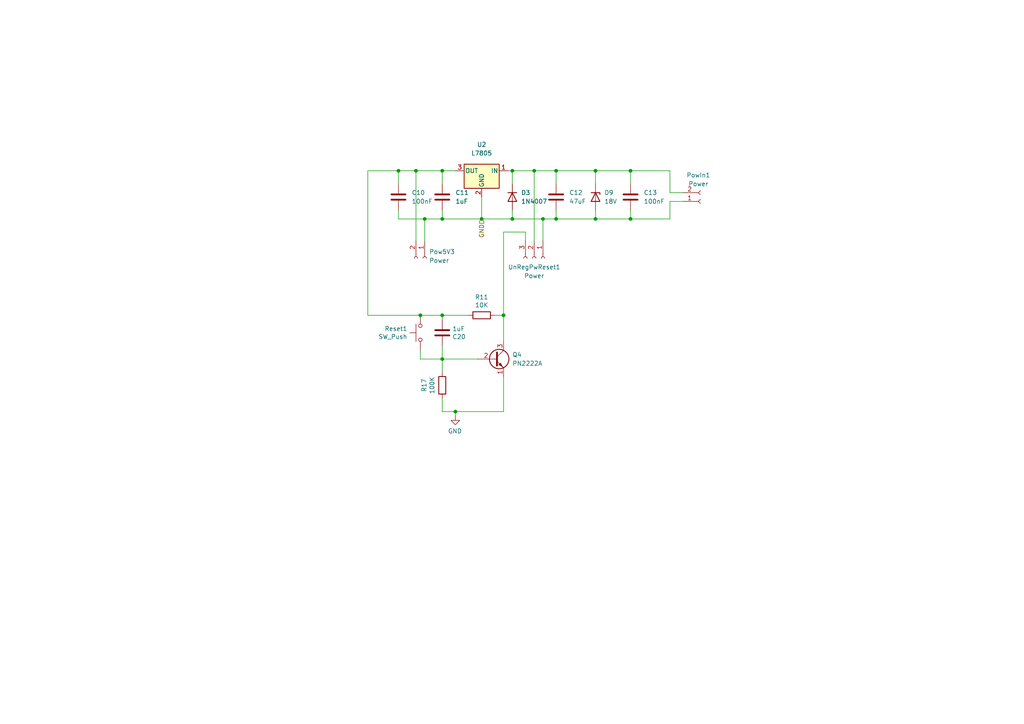
<source format=kicad_sch>
(kicad_sch (version 20211123) (generator eeschema)

  (uuid 08fb2c9b-8d93-4ad3-8656-e223024ec1d6)

  (paper "A4")

  (lib_symbols
    (symbol "Connector:Conn_01x02_Female" (pin_names (offset 1.016) hide) (in_bom yes) (on_board yes)
      (property "Reference" "J" (id 0) (at 0 2.54 0)
        (effects (font (size 1.27 1.27)))
      )
      (property "Value" "Conn_01x02_Female" (id 1) (at 0 -5.08 0)
        (effects (font (size 1.27 1.27)))
      )
      (property "Footprint" "" (id 2) (at 0 0 0)
        (effects (font (size 1.27 1.27)) hide)
      )
      (property "Datasheet" "~" (id 3) (at 0 0 0)
        (effects (font (size 1.27 1.27)) hide)
      )
      (property "ki_keywords" "connector" (id 4) (at 0 0 0)
        (effects (font (size 1.27 1.27)) hide)
      )
      (property "ki_description" "Generic connector, single row, 01x02, script generated (kicad-library-utils/schlib/autogen/connector/)" (id 5) (at 0 0 0)
        (effects (font (size 1.27 1.27)) hide)
      )
      (property "ki_fp_filters" "Connector*:*_1x??_*" (id 6) (at 0 0 0)
        (effects (font (size 1.27 1.27)) hide)
      )
      (symbol "Conn_01x02_Female_1_1"
        (arc (start 0 -2.032) (mid -0.508 -2.54) (end 0 -3.048)
          (stroke (width 0.1524) (type default) (color 0 0 0 0))
          (fill (type none))
        )
        (polyline
          (pts
            (xy -1.27 -2.54)
            (xy -0.508 -2.54)
          )
          (stroke (width 0.1524) (type default) (color 0 0 0 0))
          (fill (type none))
        )
        (polyline
          (pts
            (xy -1.27 0)
            (xy -0.508 0)
          )
          (stroke (width 0.1524) (type default) (color 0 0 0 0))
          (fill (type none))
        )
        (arc (start 0 0.508) (mid -0.508 0) (end 0 -0.508)
          (stroke (width 0.1524) (type default) (color 0 0 0 0))
          (fill (type none))
        )
        (pin passive line (at -5.08 0 0) (length 3.81)
          (name "Pin_1" (effects (font (size 1.27 1.27))))
          (number "1" (effects (font (size 1.27 1.27))))
        )
        (pin passive line (at -5.08 -2.54 0) (length 3.81)
          (name "Pin_2" (effects (font (size 1.27 1.27))))
          (number "2" (effects (font (size 1.27 1.27))))
        )
      )
    )
    (symbol "Connector:Conn_01x03_Female" (pin_names (offset 1.016) hide) (in_bom yes) (on_board yes)
      (property "Reference" "J" (id 0) (at 0 5.08 0)
        (effects (font (size 1.27 1.27)))
      )
      (property "Value" "Conn_01x03_Female" (id 1) (at 0 -5.08 0)
        (effects (font (size 1.27 1.27)))
      )
      (property "Footprint" "" (id 2) (at 0 0 0)
        (effects (font (size 1.27 1.27)) hide)
      )
      (property "Datasheet" "~" (id 3) (at 0 0 0)
        (effects (font (size 1.27 1.27)) hide)
      )
      (property "ki_keywords" "connector" (id 4) (at 0 0 0)
        (effects (font (size 1.27 1.27)) hide)
      )
      (property "ki_description" "Generic connector, single row, 01x03, script generated (kicad-library-utils/schlib/autogen/connector/)" (id 5) (at 0 0 0)
        (effects (font (size 1.27 1.27)) hide)
      )
      (property "ki_fp_filters" "Connector*:*_1x??_*" (id 6) (at 0 0 0)
        (effects (font (size 1.27 1.27)) hide)
      )
      (symbol "Conn_01x03_Female_1_1"
        (arc (start 0 -2.032) (mid -0.508 -2.54) (end 0 -3.048)
          (stroke (width 0.1524) (type default) (color 0 0 0 0))
          (fill (type none))
        )
        (polyline
          (pts
            (xy -1.27 -2.54)
            (xy -0.508 -2.54)
          )
          (stroke (width 0.1524) (type default) (color 0 0 0 0))
          (fill (type none))
        )
        (polyline
          (pts
            (xy -1.27 0)
            (xy -0.508 0)
          )
          (stroke (width 0.1524) (type default) (color 0 0 0 0))
          (fill (type none))
        )
        (polyline
          (pts
            (xy -1.27 2.54)
            (xy -0.508 2.54)
          )
          (stroke (width 0.1524) (type default) (color 0 0 0 0))
          (fill (type none))
        )
        (arc (start 0 0.508) (mid -0.508 0) (end 0 -0.508)
          (stroke (width 0.1524) (type default) (color 0 0 0 0))
          (fill (type none))
        )
        (arc (start 0 3.048) (mid -0.508 2.54) (end 0 2.032)
          (stroke (width 0.1524) (type default) (color 0 0 0 0))
          (fill (type none))
        )
        (pin passive line (at -5.08 2.54 0) (length 3.81)
          (name "Pin_1" (effects (font (size 1.27 1.27))))
          (number "1" (effects (font (size 1.27 1.27))))
        )
        (pin passive line (at -5.08 0 0) (length 3.81)
          (name "Pin_2" (effects (font (size 1.27 1.27))))
          (number "2" (effects (font (size 1.27 1.27))))
        )
        (pin passive line (at -5.08 -2.54 0) (length 3.81)
          (name "Pin_3" (effects (font (size 1.27 1.27))))
          (number "3" (effects (font (size 1.27 1.27))))
        )
      )
    )
    (symbol "Device:C" (pin_numbers hide) (pin_names (offset 0.254)) (in_bom yes) (on_board yes)
      (property "Reference" "C" (id 0) (at 0.635 2.54 0)
        (effects (font (size 1.27 1.27)) (justify left))
      )
      (property "Value" "C" (id 1) (at 0.635 -2.54 0)
        (effects (font (size 1.27 1.27)) (justify left))
      )
      (property "Footprint" "" (id 2) (at 0.9652 -3.81 0)
        (effects (font (size 1.27 1.27)) hide)
      )
      (property "Datasheet" "~" (id 3) (at 0 0 0)
        (effects (font (size 1.27 1.27)) hide)
      )
      (property "ki_keywords" "cap capacitor" (id 4) (at 0 0 0)
        (effects (font (size 1.27 1.27)) hide)
      )
      (property "ki_description" "Unpolarized capacitor" (id 5) (at 0 0 0)
        (effects (font (size 1.27 1.27)) hide)
      )
      (property "ki_fp_filters" "C_*" (id 6) (at 0 0 0)
        (effects (font (size 1.27 1.27)) hide)
      )
      (symbol "C_0_1"
        (polyline
          (pts
            (xy -2.032 -0.762)
            (xy 2.032 -0.762)
          )
          (stroke (width 0.508) (type default) (color 0 0 0 0))
          (fill (type none))
        )
        (polyline
          (pts
            (xy -2.032 0.762)
            (xy 2.032 0.762)
          )
          (stroke (width 0.508) (type default) (color 0 0 0 0))
          (fill (type none))
        )
      )
      (symbol "C_1_1"
        (pin passive line (at 0 3.81 270) (length 2.794)
          (name "~" (effects (font (size 1.27 1.27))))
          (number "1" (effects (font (size 1.27 1.27))))
        )
        (pin passive line (at 0 -3.81 90) (length 2.794)
          (name "~" (effects (font (size 1.27 1.27))))
          (number "2" (effects (font (size 1.27 1.27))))
        )
      )
    )
    (symbol "Device:D_Zener" (pin_numbers hide) (pin_names (offset 1.016) hide) (in_bom yes) (on_board yes)
      (property "Reference" "D" (id 0) (at 0 2.54 0)
        (effects (font (size 1.27 1.27)))
      )
      (property "Value" "D_Zener" (id 1) (at 0 -2.54 0)
        (effects (font (size 1.27 1.27)))
      )
      (property "Footprint" "" (id 2) (at 0 0 0)
        (effects (font (size 1.27 1.27)) hide)
      )
      (property "Datasheet" "~" (id 3) (at 0 0 0)
        (effects (font (size 1.27 1.27)) hide)
      )
      (property "ki_keywords" "diode" (id 4) (at 0 0 0)
        (effects (font (size 1.27 1.27)) hide)
      )
      (property "ki_description" "Zener diode" (id 5) (at 0 0 0)
        (effects (font (size 1.27 1.27)) hide)
      )
      (property "ki_fp_filters" "TO-???* *_Diode_* *SingleDiode* D_*" (id 6) (at 0 0 0)
        (effects (font (size 1.27 1.27)) hide)
      )
      (symbol "D_Zener_0_1"
        (polyline
          (pts
            (xy 1.27 0)
            (xy -1.27 0)
          )
          (stroke (width 0) (type default) (color 0 0 0 0))
          (fill (type none))
        )
        (polyline
          (pts
            (xy -1.27 -1.27)
            (xy -1.27 1.27)
            (xy -0.762 1.27)
          )
          (stroke (width 0.254) (type default) (color 0 0 0 0))
          (fill (type none))
        )
        (polyline
          (pts
            (xy 1.27 -1.27)
            (xy 1.27 1.27)
            (xy -1.27 0)
            (xy 1.27 -1.27)
          )
          (stroke (width 0.254) (type default) (color 0 0 0 0))
          (fill (type none))
        )
      )
      (symbol "D_Zener_1_1"
        (pin passive line (at -3.81 0 0) (length 2.54)
          (name "K" (effects (font (size 1.27 1.27))))
          (number "1" (effects (font (size 1.27 1.27))))
        )
        (pin passive line (at 3.81 0 180) (length 2.54)
          (name "A" (effects (font (size 1.27 1.27))))
          (number "2" (effects (font (size 1.27 1.27))))
        )
      )
    )
    (symbol "Device:R" (pin_numbers hide) (pin_names (offset 0)) (in_bom yes) (on_board yes)
      (property "Reference" "R" (id 0) (at 2.032 0 90)
        (effects (font (size 1.27 1.27)))
      )
      (property "Value" "R" (id 1) (at 0 0 90)
        (effects (font (size 1.27 1.27)))
      )
      (property "Footprint" "" (id 2) (at -1.778 0 90)
        (effects (font (size 1.27 1.27)) hide)
      )
      (property "Datasheet" "~" (id 3) (at 0 0 0)
        (effects (font (size 1.27 1.27)) hide)
      )
      (property "ki_keywords" "R res resistor" (id 4) (at 0 0 0)
        (effects (font (size 1.27 1.27)) hide)
      )
      (property "ki_description" "Resistor" (id 5) (at 0 0 0)
        (effects (font (size 1.27 1.27)) hide)
      )
      (property "ki_fp_filters" "R_*" (id 6) (at 0 0 0)
        (effects (font (size 1.27 1.27)) hide)
      )
      (symbol "R_0_1"
        (rectangle (start -1.016 -2.54) (end 1.016 2.54)
          (stroke (width 0.254) (type default) (color 0 0 0 0))
          (fill (type none))
        )
      )
      (symbol "R_1_1"
        (pin passive line (at 0 3.81 270) (length 1.27)
          (name "~" (effects (font (size 1.27 1.27))))
          (number "1" (effects (font (size 1.27 1.27))))
        )
        (pin passive line (at 0 -3.81 90) (length 1.27)
          (name "~" (effects (font (size 1.27 1.27))))
          (number "2" (effects (font (size 1.27 1.27))))
        )
      )
    )
    (symbol "Diode:1N4148" (pin_numbers hide) (pin_names hide) (in_bom yes) (on_board yes)
      (property "Reference" "D" (id 0) (at 0 2.54 0)
        (effects (font (size 1.27 1.27)))
      )
      (property "Value" "1N4148" (id 1) (at 0 -2.54 0)
        (effects (font (size 1.27 1.27)))
      )
      (property "Footprint" "Diode_THT:D_DO-35_SOD27_P7.62mm_Horizontal" (id 2) (at 0 0 0)
        (effects (font (size 1.27 1.27)) hide)
      )
      (property "Datasheet" "https://assets.nexperia.com/documents/data-sheet/1N4148_1N4448.pdf" (id 3) (at 0 0 0)
        (effects (font (size 1.27 1.27)) hide)
      )
      (property "ki_keywords" "diode" (id 4) (at 0 0 0)
        (effects (font (size 1.27 1.27)) hide)
      )
      (property "ki_description" "100V 0.15A standard switching diode, DO-35" (id 5) (at 0 0 0)
        (effects (font (size 1.27 1.27)) hide)
      )
      (property "ki_fp_filters" "D*DO?35*" (id 6) (at 0 0 0)
        (effects (font (size 1.27 1.27)) hide)
      )
      (symbol "1N4148_0_1"
        (polyline
          (pts
            (xy -1.27 1.27)
            (xy -1.27 -1.27)
          )
          (stroke (width 0.254) (type default) (color 0 0 0 0))
          (fill (type none))
        )
        (polyline
          (pts
            (xy 1.27 0)
            (xy -1.27 0)
          )
          (stroke (width 0) (type default) (color 0 0 0 0))
          (fill (type none))
        )
        (polyline
          (pts
            (xy 1.27 1.27)
            (xy 1.27 -1.27)
            (xy -1.27 0)
            (xy 1.27 1.27)
          )
          (stroke (width 0.254) (type default) (color 0 0 0 0))
          (fill (type none))
        )
      )
      (symbol "1N4148_1_1"
        (pin passive line (at -3.81 0 0) (length 2.54)
          (name "K" (effects (font (size 1.27 1.27))))
          (number "1" (effects (font (size 1.27 1.27))))
        )
        (pin passive line (at 3.81 0 180) (length 2.54)
          (name "A" (effects (font (size 1.27 1.27))))
          (number "2" (effects (font (size 1.27 1.27))))
        )
      )
    )
    (symbol "Regulator_Linear:L7805" (pin_names (offset 0.254)) (in_bom yes) (on_board yes)
      (property "Reference" "U" (id 0) (at -3.81 3.175 0)
        (effects (font (size 1.27 1.27)))
      )
      (property "Value" "L7805" (id 1) (at 0 3.175 0)
        (effects (font (size 1.27 1.27)) (justify left))
      )
      (property "Footprint" "" (id 2) (at 0.635 -3.81 0)
        (effects (font (size 1.27 1.27) italic) (justify left) hide)
      )
      (property "Datasheet" "http://www.st.com/content/ccc/resource/technical/document/datasheet/41/4f/b3/b0/12/d4/47/88/CD00000444.pdf/files/CD00000444.pdf/jcr:content/translations/en.CD00000444.pdf" (id 3) (at 0 -1.27 0)
        (effects (font (size 1.27 1.27)) hide)
      )
      (property "ki_keywords" "Voltage Regulator 1.5A Positive" (id 4) (at 0 0 0)
        (effects (font (size 1.27 1.27)) hide)
      )
      (property "ki_description" "Positive 1.5A 35V Linear Regulator, Fixed Output 5V, TO-220/TO-263/TO-252" (id 5) (at 0 0 0)
        (effects (font (size 1.27 1.27)) hide)
      )
      (property "ki_fp_filters" "TO?252* TO?263* TO?220*" (id 6) (at 0 0 0)
        (effects (font (size 1.27 1.27)) hide)
      )
      (symbol "L7805_0_1"
        (rectangle (start -5.08 1.905) (end 5.08 -5.08)
          (stroke (width 0.254) (type default) (color 0 0 0 0))
          (fill (type background))
        )
      )
      (symbol "L7805_1_1"
        (pin power_in line (at -7.62 0 0) (length 2.54)
          (name "IN" (effects (font (size 1.27 1.27))))
          (number "1" (effects (font (size 1.27 1.27))))
        )
        (pin power_in line (at 0 -7.62 90) (length 2.54)
          (name "GND" (effects (font (size 1.27 1.27))))
          (number "2" (effects (font (size 1.27 1.27))))
        )
        (pin power_out line (at 7.62 0 180) (length 2.54)
          (name "OUT" (effects (font (size 1.27 1.27))))
          (number "3" (effects (font (size 1.27 1.27))))
        )
      )
    )
    (symbol "Switch:SW_Push" (pin_numbers hide) (pin_names (offset 1.016) hide) (in_bom yes) (on_board yes)
      (property "Reference" "SW" (id 0) (at 1.27 2.54 0)
        (effects (font (size 1.27 1.27)) (justify left))
      )
      (property "Value" "SW_Push" (id 1) (at 0 -1.524 0)
        (effects (font (size 1.27 1.27)))
      )
      (property "Footprint" "" (id 2) (at 0 5.08 0)
        (effects (font (size 1.27 1.27)) hide)
      )
      (property "Datasheet" "~" (id 3) (at 0 5.08 0)
        (effects (font (size 1.27 1.27)) hide)
      )
      (property "ki_keywords" "switch normally-open pushbutton push-button" (id 4) (at 0 0 0)
        (effects (font (size 1.27 1.27)) hide)
      )
      (property "ki_description" "Push button switch, generic, two pins" (id 5) (at 0 0 0)
        (effects (font (size 1.27 1.27)) hide)
      )
      (symbol "SW_Push_0_1"
        (circle (center -2.032 0) (radius 0.508)
          (stroke (width 0) (type default) (color 0 0 0 0))
          (fill (type none))
        )
        (polyline
          (pts
            (xy 0 1.27)
            (xy 0 3.048)
          )
          (stroke (width 0) (type default) (color 0 0 0 0))
          (fill (type none))
        )
        (polyline
          (pts
            (xy 2.54 1.27)
            (xy -2.54 1.27)
          )
          (stroke (width 0) (type default) (color 0 0 0 0))
          (fill (type none))
        )
        (circle (center 2.032 0) (radius 0.508)
          (stroke (width 0) (type default) (color 0 0 0 0))
          (fill (type none))
        )
        (pin passive line (at -5.08 0 0) (length 2.54)
          (name "1" (effects (font (size 1.27 1.27))))
          (number "1" (effects (font (size 1.27 1.27))))
        )
        (pin passive line (at 5.08 0 180) (length 2.54)
          (name "2" (effects (font (size 1.27 1.27))))
          (number "2" (effects (font (size 1.27 1.27))))
        )
      )
    )
    (symbol "Transistor_BJT:PN2222A" (pin_names (offset 0) hide) (in_bom yes) (on_board yes)
      (property "Reference" "Q" (id 0) (at 5.08 1.905 0)
        (effects (font (size 1.27 1.27)) (justify left))
      )
      (property "Value" "PN2222A" (id 1) (at 5.08 0 0)
        (effects (font (size 1.27 1.27)) (justify left))
      )
      (property "Footprint" "Package_TO_SOT_THT:TO-92_Inline" (id 2) (at 5.08 -1.905 0)
        (effects (font (size 1.27 1.27) italic) (justify left) hide)
      )
      (property "Datasheet" "https://www.onsemi.com/pub/Collateral/PN2222-D.PDF" (id 3) (at 0 0 0)
        (effects (font (size 1.27 1.27)) (justify left) hide)
      )
      (property "ki_keywords" "NPN Transistor" (id 4) (at 0 0 0)
        (effects (font (size 1.27 1.27)) hide)
      )
      (property "ki_description" "1A Ic, 40V Vce, NPN Transistor, General Purpose Transistor, TO-92" (id 5) (at 0 0 0)
        (effects (font (size 1.27 1.27)) hide)
      )
      (property "ki_fp_filters" "TO?92*" (id 6) (at 0 0 0)
        (effects (font (size 1.27 1.27)) hide)
      )
      (symbol "PN2222A_0_1"
        (polyline
          (pts
            (xy 0 0)
            (xy 0.635 0)
          )
          (stroke (width 0) (type default) (color 0 0 0 0))
          (fill (type none))
        )
        (polyline
          (pts
            (xy 2.54 -2.54)
            (xy 0.635 -0.635)
          )
          (stroke (width 0) (type default) (color 0 0 0 0))
          (fill (type none))
        )
        (polyline
          (pts
            (xy 2.54 2.54)
            (xy 0.635 0.635)
          )
          (stroke (width 0) (type default) (color 0 0 0 0))
          (fill (type none))
        )
        (polyline
          (pts
            (xy 0.635 1.905)
            (xy 0.635 -1.905)
            (xy 0.635 -1.905)
          )
          (stroke (width 0.508) (type default) (color 0 0 0 0))
          (fill (type none))
        )
        (polyline
          (pts
            (xy 2.413 -2.413)
            (xy 1.905 -1.905)
            (xy 1.905 -1.905)
          )
          (stroke (width 0) (type default) (color 0 0 0 0))
          (fill (type none))
        )
        (polyline
          (pts
            (xy 1.143 -1.651)
            (xy 1.651 -1.143)
            (xy 2.159 -2.159)
            (xy 1.143 -1.651)
            (xy 1.143 -1.651)
          )
          (stroke (width 0) (type default) (color 0 0 0 0))
          (fill (type outline))
        )
        (circle (center 1.27 0) (radius 2.8194)
          (stroke (width 0.254) (type default) (color 0 0 0 0))
          (fill (type none))
        )
      )
      (symbol "PN2222A_1_1"
        (pin passive line (at 2.54 -5.08 90) (length 2.54)
          (name "E" (effects (font (size 1.27 1.27))))
          (number "1" (effects (font (size 1.27 1.27))))
        )
        (pin input line (at -5.08 0 0) (length 5.08)
          (name "B" (effects (font (size 1.27 1.27))))
          (number "2" (effects (font (size 1.27 1.27))))
        )
        (pin passive line (at 2.54 5.08 270) (length 2.54)
          (name "C" (effects (font (size 1.27 1.27))))
          (number "3" (effects (font (size 1.27 1.27))))
        )
      )
    )
    (symbol "power:GND" (power) (pin_names (offset 0)) (in_bom yes) (on_board yes)
      (property "Reference" "#PWR" (id 0) (at 0 -6.35 0)
        (effects (font (size 1.27 1.27)) hide)
      )
      (property "Value" "GND" (id 1) (at 0 -3.81 0)
        (effects (font (size 1.27 1.27)))
      )
      (property "Footprint" "" (id 2) (at 0 0 0)
        (effects (font (size 1.27 1.27)) hide)
      )
      (property "Datasheet" "" (id 3) (at 0 0 0)
        (effects (font (size 1.27 1.27)) hide)
      )
      (property "ki_keywords" "power-flag" (id 4) (at 0 0 0)
        (effects (font (size 1.27 1.27)) hide)
      )
      (property "ki_description" "Power symbol creates a global label with name \"GND\" , ground" (id 5) (at 0 0 0)
        (effects (font (size 1.27 1.27)) hide)
      )
      (symbol "GND_0_1"
        (polyline
          (pts
            (xy 0 0)
            (xy 0 -1.27)
            (xy 1.27 -1.27)
            (xy 0 -2.54)
            (xy -1.27 -1.27)
            (xy 0 -1.27)
          )
          (stroke (width 0) (type default) (color 0 0 0 0))
          (fill (type none))
        )
      )
      (symbol "GND_1_1"
        (pin power_in line (at 0 0 270) (length 0) hide
          (name "GND" (effects (font (size 1.27 1.27))))
          (number "1" (effects (font (size 1.27 1.27))))
        )
      )
    )
  )

  (junction (at 128.27 63.5) (diameter 0) (color 0 0 0 0)
    (uuid 040549fd-0395-44b8-a824-bd2747730802)
  )
  (junction (at 146.05 91.44) (diameter 0) (color 0 0 0 0)
    (uuid 13b59c43-651e-4f6d-a261-a86833297a2b)
  )
  (junction (at 120.65 49.53) (diameter 0) (color 0 0 0 0)
    (uuid 2c8b2e8e-60d7-43c6-a0eb-9db6bf24892f)
  )
  (junction (at 148.59 63.5) (diameter 0) (color 0 0 0 0)
    (uuid 2efa1283-2943-4657-b0c4-044ab4a2c9e8)
  )
  (junction (at 132.08 119.38) (diameter 0) (color 0 0 0 0)
    (uuid 460ce059-82e8-4eba-88d7-5c914681604e)
  )
  (junction (at 148.59 49.53) (diameter 0) (color 0 0 0 0)
    (uuid 527e2718-762d-46ce-9e2a-b367db9d179b)
  )
  (junction (at 123.19 63.5) (diameter 0) (color 0 0 0 0)
    (uuid 56cef97f-b8c8-43fd-a0c2-f48607efffa6)
  )
  (junction (at 157.48 63.5) (diameter 0) (color 0 0 0 0)
    (uuid 68c1d103-72d7-45fb-8b02-e1790b9a46a1)
  )
  (junction (at 128.27 104.14) (diameter 0) (color 0 0 0 0)
    (uuid 7162cbfb-e723-4d88-a8ca-c040355bc37f)
  )
  (junction (at 161.29 63.5) (diameter 0) (color 0 0 0 0)
    (uuid a77a9e00-2050-415f-918a-9195983e302f)
  )
  (junction (at 139.7 63.5) (diameter 0) (color 0 0 0 0)
    (uuid b3b9866e-3443-4a8f-b2bb-9c8d25a1fc8d)
  )
  (junction (at 121.92 91.44) (diameter 0) (color 0 0 0 0)
    (uuid b56564ca-ef24-4236-b593-3d16b52ddc84)
  )
  (junction (at 172.72 49.53) (diameter 0) (color 0 0 0 0)
    (uuid c52c17f2-a4d0-470e-aa63-01eb7fc09ff8)
  )
  (junction (at 128.27 91.44) (diameter 0) (color 0 0 0 0)
    (uuid c716b524-f27f-4666-ba49-032f3e163e55)
  )
  (junction (at 182.88 49.53) (diameter 0) (color 0 0 0 0)
    (uuid cf7f275a-23b9-4a59-934c-582ccd5d2cfd)
  )
  (junction (at 154.94 49.53) (diameter 0) (color 0 0 0 0)
    (uuid da6f95bc-ffe4-4e1a-aaf2-5d48df89bb09)
  )
  (junction (at 161.29 49.53) (diameter 0) (color 0 0 0 0)
    (uuid dd0ee515-9d2c-443d-a3a6-4d3d11d748a3)
  )
  (junction (at 128.27 49.53) (diameter 0) (color 0 0 0 0)
    (uuid eb5fc5be-3f20-47ac-8e64-0dfac656e00e)
  )
  (junction (at 182.88 63.5) (diameter 0) (color 0 0 0 0)
    (uuid f1868991-1fd0-4019-aa5b-36faf1de2942)
  )
  (junction (at 115.57 49.53) (diameter 0) (color 0 0 0 0)
    (uuid f6a1bb63-8188-4f76-b0f2-caa58f092852)
  )
  (junction (at 172.72 63.5) (diameter 0) (color 0 0 0 0)
    (uuid f95883ea-7c95-4757-b3e1-28fc46f01c97)
  )

  (wire (pts (xy 182.88 63.5) (xy 194.31 63.5))
    (stroke (width 0) (type default) (color 0 0 0 0))
    (uuid 0b04063a-e049-4323-810a-db9e69399e64)
  )
  (wire (pts (xy 123.19 63.5) (xy 128.27 63.5))
    (stroke (width 0) (type default) (color 0 0 0 0))
    (uuid 0bbabeed-1b3b-4c0f-8d87-44ccb4029d51)
  )
  (wire (pts (xy 139.7 63.5) (xy 148.59 63.5))
    (stroke (width 0) (type default) (color 0 0 0 0))
    (uuid 0d85f6ad-f55c-46a6-a6ae-9eabd60f97be)
  )
  (wire (pts (xy 161.29 63.5) (xy 172.72 63.5))
    (stroke (width 0) (type default) (color 0 0 0 0))
    (uuid 133359f4-f8c7-419e-b9d9-2a2765a8d25f)
  )
  (wire (pts (xy 128.27 119.38) (xy 132.08 119.38))
    (stroke (width 0) (type default) (color 0 0 0 0))
    (uuid 16a65355-e918-4578-8d4d-7f72dfdd91fb)
  )
  (wire (pts (xy 128.27 104.14) (xy 128.27 107.95))
    (stroke (width 0) (type default) (color 0 0 0 0))
    (uuid 16a8badf-c293-4b15-9c37-30a259fce767)
  )
  (wire (pts (xy 120.65 49.53) (xy 128.27 49.53))
    (stroke (width 0) (type default) (color 0 0 0 0))
    (uuid 1bfd1e8d-d7cd-4c23-8fe9-69283f2126ff)
  )
  (wire (pts (xy 121.92 91.44) (xy 106.68 91.44))
    (stroke (width 0) (type default) (color 0 0 0 0))
    (uuid 1d84c128-d2d9-42dc-9dae-1a3c86d9ecb5)
  )
  (wire (pts (xy 120.65 69.85) (xy 120.65 49.53))
    (stroke (width 0) (type default) (color 0 0 0 0))
    (uuid 1e977e88-615b-401c-9d72-a90dcbe3f59a)
  )
  (wire (pts (xy 139.7 57.15) (xy 139.7 63.5))
    (stroke (width 0) (type default) (color 0 0 0 0))
    (uuid 1ebf3ede-b554-47a3-ac4c-2d071141d2d4)
  )
  (wire (pts (xy 132.08 119.38) (xy 132.08 120.65))
    (stroke (width 0) (type default) (color 0 0 0 0))
    (uuid 1ff6e600-ff99-4c07-a7a9-6dfd595a9449)
  )
  (wire (pts (xy 172.72 49.53) (xy 172.72 53.34))
    (stroke (width 0) (type default) (color 0 0 0 0))
    (uuid 21106442-a945-4ce1-956b-91b70116d71e)
  )
  (wire (pts (xy 198.12 58.42) (xy 194.31 58.42))
    (stroke (width 0) (type default) (color 0 0 0 0))
    (uuid 2469cdbc-4f41-4537-92d1-e48163c96015)
  )
  (wire (pts (xy 128.27 60.96) (xy 128.27 63.5))
    (stroke (width 0) (type default) (color 0 0 0 0))
    (uuid 2c040872-44af-425f-a8e4-07d520f23757)
  )
  (wire (pts (xy 172.72 49.53) (xy 182.88 49.53))
    (stroke (width 0) (type default) (color 0 0 0 0))
    (uuid 2cff2d16-a735-4596-b60c-fff8a300d9e6)
  )
  (wire (pts (xy 128.27 49.53) (xy 132.08 49.53))
    (stroke (width 0) (type default) (color 0 0 0 0))
    (uuid 319b5c94-99c0-415c-bab9-3a6cf0188c2e)
  )
  (wire (pts (xy 182.88 49.53) (xy 182.88 53.34))
    (stroke (width 0) (type default) (color 0 0 0 0))
    (uuid 321dc8d7-09b6-4ff7-a3e9-eb554fe344a0)
  )
  (wire (pts (xy 128.27 49.53) (xy 128.27 53.34))
    (stroke (width 0) (type default) (color 0 0 0 0))
    (uuid 37c2ab1c-6a07-4ac3-945b-a60efc140285)
  )
  (wire (pts (xy 128.27 104.14) (xy 138.43 104.14))
    (stroke (width 0) (type default) (color 0 0 0 0))
    (uuid 3acfcfa4-be98-47bb-bc6a-8613752d1fa2)
  )
  (wire (pts (xy 146.05 109.22) (xy 146.05 119.38))
    (stroke (width 0) (type default) (color 0 0 0 0))
    (uuid 3b244856-a740-4057-965e-c00b0824c448)
  )
  (wire (pts (xy 182.88 49.53) (xy 194.31 49.53))
    (stroke (width 0) (type default) (color 0 0 0 0))
    (uuid 3dbe7876-9995-483f-8e9b-16278373a4ca)
  )
  (wire (pts (xy 148.59 49.53) (xy 148.59 53.34))
    (stroke (width 0) (type default) (color 0 0 0 0))
    (uuid 420567a5-7fb0-4a1b-8109-d65773fc546f)
  )
  (wire (pts (xy 106.68 49.53) (xy 115.57 49.53))
    (stroke (width 0) (type default) (color 0 0 0 0))
    (uuid 43094aa1-591c-476a-8f5f-35ae14ec1e22)
  )
  (wire (pts (xy 194.31 55.88) (xy 198.12 55.88))
    (stroke (width 0) (type default) (color 0 0 0 0))
    (uuid 43ff1fae-f166-4881-8011-2df7df41ce34)
  )
  (wire (pts (xy 161.29 49.53) (xy 172.72 49.53))
    (stroke (width 0) (type default) (color 0 0 0 0))
    (uuid 51a891f1-dcbb-40b6-99b2-19fe61e4b8ee)
  )
  (wire (pts (xy 128.27 63.5) (xy 139.7 63.5))
    (stroke (width 0) (type default) (color 0 0 0 0))
    (uuid 51ce9c33-e1be-4772-a515-0d08ec721476)
  )
  (wire (pts (xy 146.05 67.31) (xy 152.4 67.31))
    (stroke (width 0) (type default) (color 0 0 0 0))
    (uuid 547303b4-38ae-4062-9a8b-fafccddd0db9)
  )
  (wire (pts (xy 143.51 91.44) (xy 146.05 91.44))
    (stroke (width 0) (type default) (color 0 0 0 0))
    (uuid 56d76aaf-3604-4119-9f42-149092e41092)
  )
  (wire (pts (xy 154.94 49.53) (xy 154.94 69.85))
    (stroke (width 0) (type default) (color 0 0 0 0))
    (uuid 5a4ee31e-5702-45aa-9e9d-dbe511904776)
  )
  (wire (pts (xy 148.59 49.53) (xy 154.94 49.53))
    (stroke (width 0) (type default) (color 0 0 0 0))
    (uuid 5fa42bd6-3588-4851-bba2-9d748f55c901)
  )
  (wire (pts (xy 123.19 63.5) (xy 123.19 69.85))
    (stroke (width 0) (type default) (color 0 0 0 0))
    (uuid 75829437-2320-44f7-954b-74649e19bf09)
  )
  (wire (pts (xy 115.57 49.53) (xy 120.65 49.53))
    (stroke (width 0) (type default) (color 0 0 0 0))
    (uuid 7e1862f1-c743-4b62-b79a-48e843521927)
  )
  (wire (pts (xy 148.59 60.96) (xy 148.59 63.5))
    (stroke (width 0) (type default) (color 0 0 0 0))
    (uuid 83068ac7-7ab9-445f-aded-95ca1511b0df)
  )
  (wire (pts (xy 115.57 49.53) (xy 115.57 53.34))
    (stroke (width 0) (type default) (color 0 0 0 0))
    (uuid 83592407-bfee-48e8-872c-eec13c5d6021)
  )
  (wire (pts (xy 157.48 63.5) (xy 161.29 63.5))
    (stroke (width 0) (type default) (color 0 0 0 0))
    (uuid 84871886-1e43-41d8-98db-514a7ad3886f)
  )
  (wire (pts (xy 106.68 91.44) (xy 106.68 49.53))
    (stroke (width 0) (type default) (color 0 0 0 0))
    (uuid 864aec29-ee93-4bd9-92d4-a3bd7534237e)
  )
  (wire (pts (xy 146.05 91.44) (xy 146.05 99.06))
    (stroke (width 0) (type default) (color 0 0 0 0))
    (uuid 8c1de10e-e138-4252-b89a-36937e5aaba4)
  )
  (wire (pts (xy 128.27 91.44) (xy 121.92 91.44))
    (stroke (width 0) (type default) (color 0 0 0 0))
    (uuid 978c91a1-dde2-427c-8243-32be865788b9)
  )
  (wire (pts (xy 172.72 60.96) (xy 172.72 63.5))
    (stroke (width 0) (type default) (color 0 0 0 0))
    (uuid 9eda5eaf-8174-406d-9f5b-36d21932908b)
  )
  (wire (pts (xy 128.27 91.44) (xy 128.27 92.71))
    (stroke (width 0) (type default) (color 0 0 0 0))
    (uuid 9efae970-f341-4f3a-9cf1-04904868d931)
  )
  (wire (pts (xy 128.27 115.57) (xy 128.27 119.38))
    (stroke (width 0) (type default) (color 0 0 0 0))
    (uuid 9ffb498c-a848-4442-9d7e-b902cab28afa)
  )
  (wire (pts (xy 115.57 60.96) (xy 115.57 63.5))
    (stroke (width 0) (type default) (color 0 0 0 0))
    (uuid a2d91d4d-6376-4ec6-8b16-49d0f4bc7b2b)
  )
  (wire (pts (xy 161.29 60.96) (xy 161.29 63.5))
    (stroke (width 0) (type default) (color 0 0 0 0))
    (uuid a5130f1c-5184-4ef4-affe-aaf52c33ea1c)
  )
  (wire (pts (xy 146.05 91.44) (xy 146.05 67.31))
    (stroke (width 0) (type default) (color 0 0 0 0))
    (uuid a5d5cdcf-2366-4535-beeb-7c79582b2f7e)
  )
  (wire (pts (xy 115.57 63.5) (xy 123.19 63.5))
    (stroke (width 0) (type default) (color 0 0 0 0))
    (uuid a9448659-8ecd-4ff2-8d43-1128b4318ea5)
  )
  (wire (pts (xy 128.27 100.33) (xy 128.27 104.14))
    (stroke (width 0) (type default) (color 0 0 0 0))
    (uuid aea64209-0974-4f17-982a-63d7e0e9ecfb)
  )
  (wire (pts (xy 148.59 63.5) (xy 157.48 63.5))
    (stroke (width 0) (type default) (color 0 0 0 0))
    (uuid af344d41-4ed3-4d01-8762-a2f1d34200f0)
  )
  (wire (pts (xy 132.08 119.38) (xy 146.05 119.38))
    (stroke (width 0) (type default) (color 0 0 0 0))
    (uuid b1fd01db-821b-4638-b655-3390e5b0c89d)
  )
  (wire (pts (xy 182.88 60.96) (xy 182.88 63.5))
    (stroke (width 0) (type default) (color 0 0 0 0))
    (uuid c6a0bad5-62af-4616-bec4-4be287ae5777)
  )
  (wire (pts (xy 135.89 91.44) (xy 128.27 91.44))
    (stroke (width 0) (type default) (color 0 0 0 0))
    (uuid c6d28feb-6c5a-4323-82ef-8449cafecf1c)
  )
  (wire (pts (xy 154.94 49.53) (xy 161.29 49.53))
    (stroke (width 0) (type default) (color 0 0 0 0))
    (uuid ceaf349d-8773-4c7a-b411-d7f242e206f8)
  )
  (wire (pts (xy 161.29 49.53) (xy 161.29 53.34))
    (stroke (width 0) (type default) (color 0 0 0 0))
    (uuid d371192c-a2c9-43f2-a6bc-a18a688e133c)
  )
  (wire (pts (xy 128.27 104.14) (xy 121.92 104.14))
    (stroke (width 0) (type default) (color 0 0 0 0))
    (uuid d6f01778-546c-4d70-a6fb-23fa8837d27c)
  )
  (wire (pts (xy 147.32 49.53) (xy 148.59 49.53))
    (stroke (width 0) (type default) (color 0 0 0 0))
    (uuid dac1dd5d-81d4-41c2-8a4e-0ddece0e9e69)
  )
  (wire (pts (xy 157.48 63.5) (xy 157.48 69.85))
    (stroke (width 0) (type default) (color 0 0 0 0))
    (uuid e19df1b6-b040-4115-8c8e-5bf299143d40)
  )
  (wire (pts (xy 121.92 101.6) (xy 121.92 104.14))
    (stroke (width 0) (type default) (color 0 0 0 0))
    (uuid e7d64cb0-fa82-4002-9e04-df958c1e22b2)
  )
  (wire (pts (xy 152.4 67.31) (xy 152.4 69.85))
    (stroke (width 0) (type default) (color 0 0 0 0))
    (uuid ea3702f7-e6ea-470b-b176-2534f69cf0fb)
  )
  (wire (pts (xy 194.31 49.53) (xy 194.31 55.88))
    (stroke (width 0) (type default) (color 0 0 0 0))
    (uuid eb1121e0-249b-47ac-b17f-4463ef37d0c8)
  )
  (wire (pts (xy 172.72 63.5) (xy 182.88 63.5))
    (stroke (width 0) (type default) (color 0 0 0 0))
    (uuid ee7f94e0-e00c-4121-9c01-c91c0db3da54)
  )
  (wire (pts (xy 194.31 58.42) (xy 194.31 63.5))
    (stroke (width 0) (type default) (color 0 0 0 0))
    (uuid f408dc38-a23d-4066-bfa4-cffe3081b83a)
  )

  (hierarchical_label "GND" (shape input) (at 139.7 63.5 270)
    (effects (font (size 1.27 1.27)) (justify right))
    (uuid b467d8ce-da16-4483-8cf7-02e0374929e2)
  )

  (symbol (lib_id "Device:R") (at 128.27 111.76 0) (mirror x) (unit 1)
    (in_bom yes) (on_board yes)
    (uuid 0ccf5661-10c0-419d-b6d9-77a1dfabcdf4)
    (property "Reference" "R17" (id 0) (at 123.0122 111.76 90))
    (property "Value" "100K" (id 1) (at 125.3236 111.76 90))
    (property "Footprint" "Resistor_THT:R_Axial_DIN0207_L6.3mm_D2.5mm_P2.54mm_Vertical" (id 2) (at 126.492 111.76 90)
      (effects (font (size 1.27 1.27)) hide)
    )
    (property "Datasheet" "~" (id 3) (at 128.27 111.76 0)
      (effects (font (size 1.27 1.27)) hide)
    )
    (pin "1" (uuid 2ce16f79-f83b-44bd-9c93-61aa8cb6f8be))
    (pin "2" (uuid 0fa0152c-f4cf-4cb5-99d4-1ae61e77126e))
  )

  (symbol (lib_id "Switch:SW_Push") (at 121.92 96.52 90) (mirror x) (unit 1)
    (in_bom yes) (on_board yes)
    (uuid 0e966b13-ebe7-402f-b50b-5c6f706355d0)
    (property "Reference" "Reset1" (id 0) (at 118.1608 95.3516 90)
      (effects (font (size 1.27 1.27)) (justify left))
    )
    (property "Value" "SW_Push" (id 1) (at 118.1608 97.663 90)
      (effects (font (size 1.27 1.27)) (justify left))
    )
    (property "Footprint" "Button_Switch_THT:SW_PUSH_6mm" (id 2) (at 116.84 96.52 0)
      (effects (font (size 1.27 1.27)) hide)
    )
    (property "Datasheet" "~" (id 3) (at 116.84 96.52 0)
      (effects (font (size 1.27 1.27)) hide)
    )
    (pin "1" (uuid f2e6d295-5233-45bd-b56b-d8d14faed026))
    (pin "2" (uuid 6519dbdd-f49c-4b42-a0c0-e88c213d6dfc))
  )

  (symbol (lib_id "Device:C") (at 128.27 57.15 0) (unit 1)
    (in_bom yes) (on_board yes) (fields_autoplaced)
    (uuid 1547053b-fdb2-4ae4-8f65-733da498e378)
    (property "Reference" "C11" (id 0) (at 132.08 55.8799 0)
      (effects (font (size 1.27 1.27)) (justify left))
    )
    (property "Value" "1uF" (id 1) (at 132.08 58.4199 0)
      (effects (font (size 1.27 1.27)) (justify left))
    )
    (property "Footprint" "Capacitor_THT:CP_Radial_D4.0mm_P1.50mm" (id 2) (at 129.2352 60.96 0)
      (effects (font (size 1.27 1.27)) hide)
    )
    (property "Datasheet" "~" (id 3) (at 128.27 57.15 0)
      (effects (font (size 1.27 1.27)) hide)
    )
    (pin "1" (uuid d6865ca7-9b09-480c-8b30-7721aeef40ba))
    (pin "2" (uuid 6967208e-668b-4cdd-bcde-500da2a799aa))
  )

  (symbol (lib_id "Connector:Conn_01x03_Female") (at 154.94 74.93 270) (unit 1)
    (in_bom yes) (on_board yes)
    (uuid 22daae5a-8f20-42e9-ae4e-007de83c7f59)
    (property "Reference" "UnRegPwReset1" (id 0) (at 154.94 77.47 90))
    (property "Value" "Power" (id 1) (at 154.94 80.01 90))
    (property "Footprint" "Connector_PinHeader_2.54mm:PinHeader_1x03_P2.54mm_Vertical" (id 2) (at 154.94 74.93 0)
      (effects (font (size 1.27 1.27)) hide)
    )
    (property "Datasheet" "~" (id 3) (at 154.94 74.93 0)
      (effects (font (size 1.27 1.27)) hide)
    )
    (pin "1" (uuid 29206ef7-84fd-4595-8b00-24cf3d4fadb9))
    (pin "2" (uuid 56581516-01e5-4f21-b328-71231be6d229))
    (pin "3" (uuid 985a7850-33ea-4752-b710-7677bec59fb0))
  )

  (symbol (lib_id "power:GND") (at 132.08 120.65 0) (mirror y) (unit 1)
    (in_bom yes) (on_board yes)
    (uuid 30b4bfd3-e043-4981-8c78-a66eb2812f84)
    (property "Reference" "#PWR0106" (id 0) (at 132.08 127 0)
      (effects (font (size 1.27 1.27)) hide)
    )
    (property "Value" "GND" (id 1) (at 131.953 125.0442 0))
    (property "Footprint" "" (id 2) (at 132.08 120.65 0)
      (effects (font (size 1.27 1.27)) hide)
    )
    (property "Datasheet" "" (id 3) (at 132.08 120.65 0)
      (effects (font (size 1.27 1.27)) hide)
    )
    (pin "1" (uuid b4e67e4e-4a2d-495d-b562-c4e1026c3d4c))
  )

  (symbol (lib_id "Device:C") (at 128.27 96.52 0) (mirror y) (unit 1)
    (in_bom yes) (on_board yes)
    (uuid 3b879a31-1738-432d-ac3e-03d1addfbc58)
    (property "Reference" "C20" (id 0) (at 131.191 97.6884 0)
      (effects (font (size 1.27 1.27)) (justify right))
    )
    (property "Value" "1uF" (id 1) (at 131.191 95.377 0)
      (effects (font (size 1.27 1.27)) (justify right))
    )
    (property "Footprint" "Capacitor_THT:CP_Radial_D4.0mm_P1.50mm" (id 2) (at 127.3048 100.33 0)
      (effects (font (size 1.27 1.27)) hide)
    )
    (property "Datasheet" "~" (id 3) (at 128.27 96.52 0)
      (effects (font (size 1.27 1.27)) hide)
    )
    (pin "1" (uuid f67e1a0b-bd7b-49ee-886f-441e5a3475c3))
    (pin "2" (uuid 80b50a8f-1e0f-43ec-8cb4-11aec134a4a8))
  )

  (symbol (lib_id "Regulator_Linear:L7805") (at 139.7 49.53 0) (mirror y) (unit 1)
    (in_bom yes) (on_board yes) (fields_autoplaced)
    (uuid 41c1cc7b-be40-420e-9a62-af4b91c5da6d)
    (property "Reference" "U2" (id 0) (at 139.7 41.91 0))
    (property "Value" "L7805" (id 1) (at 139.7 44.45 0))
    (property "Footprint" "Package_TO_SOT_THT:TO-220-3_Vertical" (id 2) (at 139.065 53.34 0)
      (effects (font (size 1.27 1.27) italic) (justify left) hide)
    )
    (property "Datasheet" "http://www.st.com/content/ccc/resource/technical/document/datasheet/41/4f/b3/b0/12/d4/47/88/CD00000444.pdf/files/CD00000444.pdf/jcr:content/translations/en.CD00000444.pdf" (id 3) (at 139.7 50.8 0)
      (effects (font (size 1.27 1.27)) hide)
    )
    (pin "1" (uuid f304dcfa-7f8b-4fce-8d84-7c41f5be7ed1))
    (pin "2" (uuid 0cc6e7cf-6848-474d-8541-b84dc4a0906a))
    (pin "3" (uuid f07da51c-8a0b-469a-97c1-9d5b48f0b0a0))
  )

  (symbol (lib_id "Diode:1N4148") (at 148.59 57.15 270) (unit 1)
    (in_bom yes) (on_board yes) (fields_autoplaced)
    (uuid 5e6c2dec-6a91-466c-8b5e-ddd9b0cc00de)
    (property "Reference" "D3" (id 0) (at 151.13 55.8799 90)
      (effects (font (size 1.27 1.27)) (justify left))
    )
    (property "Value" "1N4007" (id 1) (at 151.13 58.4199 90)
      (effects (font (size 1.27 1.27)) (justify left))
    )
    (property "Footprint" "Diode_THT:D_A-405_P2.54mm_Vertical_AnodeUp" (id 2) (at 148.59 57.15 0)
      (effects (font (size 1.27 1.27)) hide)
    )
    (property "Datasheet" "https://assets.nexperia.com/documents/data-sheet/1N4148_1N4448.pdf" (id 3) (at 148.59 57.15 0)
      (effects (font (size 1.27 1.27)) hide)
    )
    (pin "1" (uuid 6a99f8a5-b6d5-4234-9342-059444a0813e))
    (pin "2" (uuid e29e5726-cae5-4bd8-8ef3-2cc6dd03def0))
  )

  (symbol (lib_id "Device:D_Zener") (at 172.72 57.15 270) (unit 1)
    (in_bom yes) (on_board yes) (fields_autoplaced)
    (uuid 60e5838a-8bc7-4f43-902d-d5efd33bd33a)
    (property "Reference" "D9" (id 0) (at 175.26 55.8799 90)
      (effects (font (size 1.27 1.27)) (justify left))
    )
    (property "Value" "18V" (id 1) (at 175.26 58.4199 90)
      (effects (font (size 1.27 1.27)) (justify left))
    )
    (property "Footprint" "Diode_THT:D_A-405_P2.54mm_Vertical_AnodeUp" (id 2) (at 172.72 57.15 0)
      (effects (font (size 1.27 1.27)) hide)
    )
    (property "Datasheet" "~" (id 3) (at 172.72 57.15 0)
      (effects (font (size 1.27 1.27)) hide)
    )
    (pin "1" (uuid 233d4094-5897-4917-87f4-3182189edb65))
    (pin "2" (uuid bfe99058-f2d4-4175-beb4-cc6785b000ba))
  )

  (symbol (lib_id "Transistor_BJT:PN2222A") (at 143.51 104.14 0) (unit 1)
    (in_bom yes) (on_board yes) (fields_autoplaced)
    (uuid 62ab0891-51d9-4922-b5ff-0562c1d8ec07)
    (property "Reference" "Q4" (id 0) (at 148.59 102.8699 0)
      (effects (font (size 1.27 1.27)) (justify left))
    )
    (property "Value" "PN2222A" (id 1) (at 148.59 105.4099 0)
      (effects (font (size 1.27 1.27)) (justify left))
    )
    (property "Footprint" "Package_TO_SOT_THT:TO-92_Inline" (id 2) (at 148.59 106.045 0)
      (effects (font (size 1.27 1.27) italic) (justify left) hide)
    )
    (property "Datasheet" "https://www.onsemi.com/pub/Collateral/PN2222-D.PDF" (id 3) (at 143.51 104.14 0)
      (effects (font (size 1.27 1.27)) (justify left) hide)
    )
    (pin "1" (uuid 60347908-b754-4505-8371-642402091ae9))
    (pin "2" (uuid 8324c6e0-5542-458d-b832-dd271eab538d))
    (pin "3" (uuid dc6b3f99-a97d-400d-95ef-cf95d9c814d1))
  )

  (symbol (lib_id "Device:C") (at 182.88 57.15 0) (unit 1)
    (in_bom yes) (on_board yes) (fields_autoplaced)
    (uuid 9197c1b7-f2f6-43fe-b9ad-e24b1b757e11)
    (property "Reference" "C13" (id 0) (at 186.69 55.8799 0)
      (effects (font (size 1.27 1.27)) (justify left))
    )
    (property "Value" "100nF" (id 1) (at 186.69 58.4199 0)
      (effects (font (size 1.27 1.27)) (justify left))
    )
    (property "Footprint" "Capacitor_THT:C_Disc_D4.3mm_W1.9mm_P5.00mm" (id 2) (at 183.8452 60.96 0)
      (effects (font (size 1.27 1.27)) hide)
    )
    (property "Datasheet" "~" (id 3) (at 182.88 57.15 0)
      (effects (font (size 1.27 1.27)) hide)
    )
    (pin "1" (uuid 4c84a7d7-03a2-4198-923b-18c69e061907))
    (pin "2" (uuid 039b50d0-2d54-4bb6-af33-f3b254a9f64e))
  )

  (symbol (lib_id "Device:C") (at 161.29 57.15 0) (unit 1)
    (in_bom yes) (on_board yes) (fields_autoplaced)
    (uuid 9c480262-88e9-4b5a-bc1d-4f630377a16e)
    (property "Reference" "C12" (id 0) (at 165.1 55.8799 0)
      (effects (font (size 1.27 1.27)) (justify left))
    )
    (property "Value" "47uF" (id 1) (at 165.1 58.4199 0)
      (effects (font (size 1.27 1.27)) (justify left))
    )
    (property "Footprint" "Capacitor_THT:CP_Radial_D5.0mm_P2.50mm" (id 2) (at 162.2552 60.96 0)
      (effects (font (size 1.27 1.27)) hide)
    )
    (property "Datasheet" "~" (id 3) (at 161.29 57.15 0)
      (effects (font (size 1.27 1.27)) hide)
    )
    (pin "1" (uuid 16cfcee2-7810-4379-9f49-07fff06edb79))
    (pin "2" (uuid 306bda07-d515-465b-8ade-5c26ea69c84e))
  )

  (symbol (lib_id "Device:R") (at 139.7 91.44 90) (mirror x) (unit 1)
    (in_bom yes) (on_board yes)
    (uuid a51be9a5-7ee8-4a94-92bc-614383e3c163)
    (property "Reference" "R11" (id 0) (at 139.7 86.1822 90))
    (property "Value" "10K" (id 1) (at 139.7 88.4936 90))
    (property "Footprint" "Resistor_THT:R_Axial_DIN0207_L6.3mm_D2.5mm_P2.54mm_Vertical" (id 2) (at 139.7 89.662 90)
      (effects (font (size 1.27 1.27)) hide)
    )
    (property "Datasheet" "~" (id 3) (at 139.7 91.44 0)
      (effects (font (size 1.27 1.27)) hide)
    )
    (pin "1" (uuid daa25eb8-c222-4c8a-99c7-f001516e15dd))
    (pin "2" (uuid 2541c20f-3946-45d0-a31f-5da8c5b872e4))
  )

  (symbol (lib_id "Connector:Conn_01x02_Female") (at 203.2 58.42 0) (mirror x) (unit 1)
    (in_bom yes) (on_board yes) (fields_autoplaced)
    (uuid be96e159-21f8-4209-96a5-27dd6770255d)
    (property "Reference" "PowIn1" (id 0) (at 202.565 50.8 0))
    (property "Value" "Power" (id 1) (at 202.565 53.34 0))
    (property "Footprint" "Connector_Molex:Molex_SL_171971-0002_1x02_P2.54mm_Vertical" (id 2) (at 203.2 58.42 0)
      (effects (font (size 1.27 1.27)) hide)
    )
    (property "Datasheet" "~" (id 3) (at 203.2 58.42 0)
      (effects (font (size 1.27 1.27)) hide)
    )
    (pin "1" (uuid 1cedb1f8-4899-4c87-acb4-5629219beb99))
    (pin "2" (uuid 6c6cdc0d-a509-45b7-9b8b-af5af203afa5))
  )

  (symbol (lib_id "Connector:Conn_01x02_Female") (at 123.19 74.93 270) (unit 1)
    (in_bom yes) (on_board yes) (fields_autoplaced)
    (uuid f1ac9c54-4aaa-415f-a5c0-b12c549da878)
    (property "Reference" "Pow5V3" (id 0) (at 124.46 73.0249 90)
      (effects (font (size 1.27 1.27)) (justify left))
    )
    (property "Value" "Power" (id 1) (at 124.46 75.5649 90)
      (effects (font (size 1.27 1.27)) (justify left))
    )
    (property "Footprint" "Connector_PinHeader_2.54mm:PinHeader_1x02_P2.54mm_Vertical" (id 2) (at 123.19 74.93 0)
      (effects (font (size 1.27 1.27)) hide)
    )
    (property "Datasheet" "~" (id 3) (at 123.19 74.93 0)
      (effects (font (size 1.27 1.27)) hide)
    )
    (pin "1" (uuid df5c3749-bddf-4a30-b999-77566e4fe0b7))
    (pin "2" (uuid 2c2a4658-ee86-41ed-a67f-7ff1ebe726c1))
  )

  (symbol (lib_id "Device:C") (at 115.57 57.15 0) (unit 1)
    (in_bom yes) (on_board yes) (fields_autoplaced)
    (uuid fc6ae22a-aa45-451b-8151-ad9fbba8be6a)
    (property "Reference" "C10" (id 0) (at 119.38 55.8799 0)
      (effects (font (size 1.27 1.27)) (justify left))
    )
    (property "Value" "100nF" (id 1) (at 119.38 58.4199 0)
      (effects (font (size 1.27 1.27)) (justify left))
    )
    (property "Footprint" "Capacitor_THT:C_Disc_D4.3mm_W1.9mm_P5.00mm" (id 2) (at 116.5352 60.96 0)
      (effects (font (size 1.27 1.27)) hide)
    )
    (property "Datasheet" "~" (id 3) (at 115.57 57.15 0)
      (effects (font (size 1.27 1.27)) hide)
    )
    (pin "1" (uuid 7a1c4a9c-1d8f-4db9-9d47-beb73d8ad19b))
    (pin "2" (uuid d15b3461-5f04-4d44-b21b-5e9ccbbb5323))
  )
)

</source>
